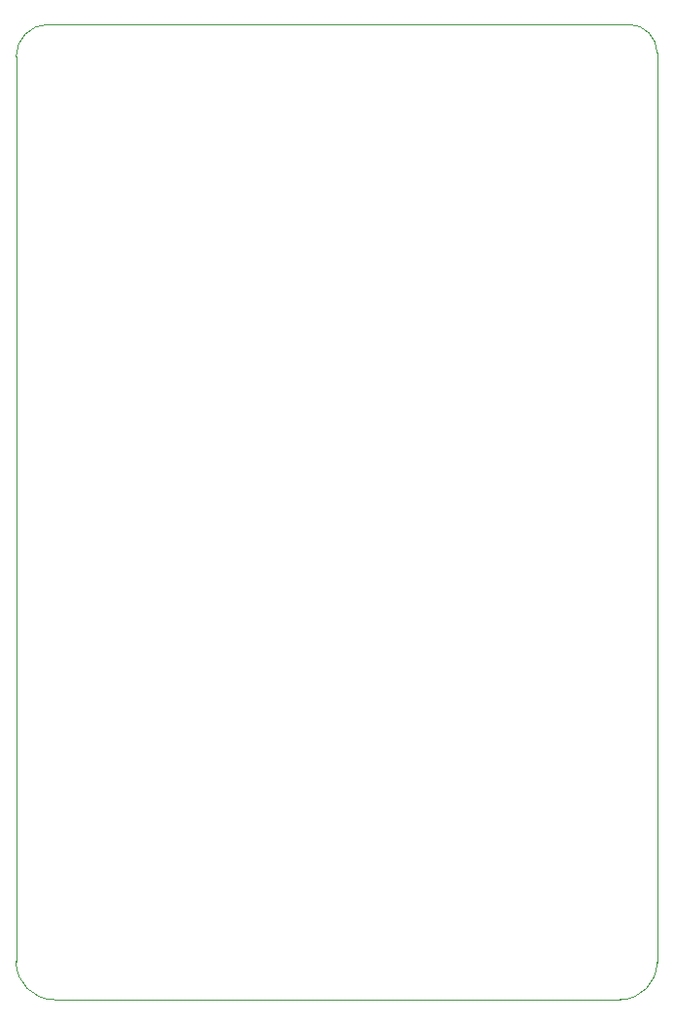
<source format=gm1>
G04 #@! TF.GenerationSoftware,KiCad,Pcbnew,(6.0.11)*
G04 #@! TF.CreationDate,2025-01-10T09:31:50+11:00*
G04 #@! TF.ProjectId,bbb,6262622e-6b69-4636-9164-5f7063625858,rev?*
G04 #@! TF.SameCoordinates,Original*
G04 #@! TF.FileFunction,Profile,NP*
%FSLAX46Y46*%
G04 Gerber Fmt 4.6, Leading zero omitted, Abs format (unit mm)*
G04 Created by KiCad (PCBNEW (6.0.11)) date 2025-01-10 09:31:50*
%MOMM*%
%LPD*%
G01*
G04 APERTURE LIST*
G04 #@! TA.AperFunction,Profile*
%ADD10C,0.002540*%
G04 #@! TD*
G04 APERTURE END LIST*
D10*
X165519126Y-143255848D02*
G75*
G03*
X168732127Y-140017501I0J3213100D01*
G01*
X168744899Y-60833000D02*
G75*
G03*
X166292299Y-58356495I-2463798J12699D01*
G01*
X115646200Y-58356500D02*
G75*
G03*
X112852200Y-61150500I0J-2794000D01*
G01*
X112852200Y-139954000D02*
G75*
G03*
X116154200Y-143256000I3302000J0D01*
G01*
X166292299Y-58356495D02*
X115646200Y-58356500D01*
X165519126Y-143255848D02*
X116154200Y-143256000D01*
X168732200Y-140017500D02*
X168744900Y-60833000D01*
X112852200Y-139954000D02*
X112852200Y-61150500D01*
M02*

</source>
